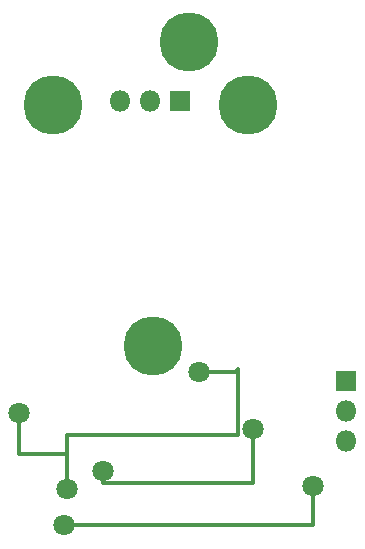
<source format=gbl>
G04 #@! TF.FileFunction,Copper,L2,Bot,Signal*
%FSLAX46Y46*%
G04 Gerber Fmt 4.6, Leading zero omitted, Abs format (unit mm)*
G04 Created by KiCad (PCBNEW 4.0.7) date 05/09/18 09:37:36*
%MOMM*%
%LPD*%
G01*
G04 APERTURE LIST*
%ADD10C,0.100000*%
%ADD11C,5.001260*%
%ADD12R,1.800000X1.800000*%
%ADD13O,1.800000X1.800000*%
%ADD14C,1.800000*%
%ADD15C,0.300000*%
G04 APERTURE END LIST*
D10*
D11*
X191600000Y-109700000D03*
X175100000Y-109700000D03*
X186600000Y-104400000D03*
X183548800Y-130133600D03*
D12*
X185877200Y-109372400D03*
D13*
X183337200Y-109372400D03*
X180797200Y-109372400D03*
D12*
X199898000Y-133096000D03*
D13*
X199898000Y-135636000D03*
X199898000Y-138176000D03*
D14*
X176022000Y-145288000D03*
X197104000Y-141986000D03*
X172250000Y-135750000D03*
X176276000Y-142240000D03*
X187452000Y-132334000D03*
X179324000Y-140716000D03*
X192024000Y-137160000D03*
D15*
X197104000Y-145288000D02*
X197104000Y-141986000D01*
X197104000Y-145288000D02*
X197104000Y-145288000D01*
X176022000Y-145288000D02*
X197104000Y-145288000D01*
X172250000Y-139250000D02*
X176276000Y-139250000D01*
X172250000Y-135750000D02*
X172250000Y-139250000D01*
X182880000Y-137668000D02*
X176276000Y-137668000D01*
X176276000Y-137668000D02*
X176276000Y-139250000D01*
X176276000Y-139250000D02*
X176276000Y-142240000D01*
X190500000Y-132334000D02*
X187452000Y-132334000D01*
X190754000Y-132080000D02*
X190500000Y-132334000D01*
X190754000Y-137668000D02*
X190754000Y-132080000D01*
X182880000Y-137668000D02*
X183388000Y-137668000D01*
X183388000Y-137668000D02*
X190754000Y-137668000D01*
X179324000Y-141732000D02*
X179324000Y-140716000D01*
X192024000Y-141732000D02*
X179324000Y-141732000D01*
X192024000Y-137160000D02*
X192024000Y-141732000D01*
M02*

</source>
